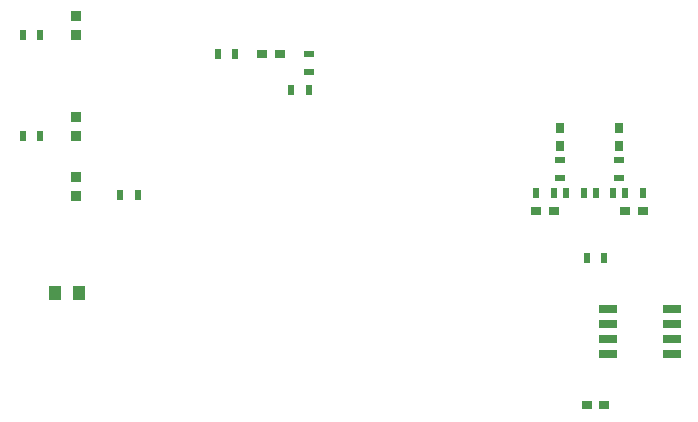
<source format=gtp>
%FSLAX46Y46*%
%MOMM*%
%AMPS15*
21,1,0.800000,0.800000,0.000000,0.000000,270.000000*
%
%ADD15PS15*%
%AMPS12*
21,1,0.600000,1.500000,0.000000,0.000000,90.000000*
%
%ADD12PS12*%
%AMPS11*
21,1,0.600000,1.500000,0.000000,0.000000,270.000000*
%
%ADD11PS11*%
%AMPS20*
21,1,1.000000,1.250000,0.000000,0.000000,180.000000*
%
%ADD20PS20*%
%AMPS13*
21,1,0.800000,0.750000,0.000000,0.000000,0.000000*
%
%ADD13PS13*%
%AMPS14*
21,1,0.800000,0.750000,0.000000,0.000000,90.000000*
%
%ADD14PS14*%
%AMPS16*
21,1,0.800000,0.750000,0.000000,0.000000,180.000000*
%
%ADD16PS16*%
%AMPS18*
21,1,0.500000,0.900000,0.000000,0.000000,0.000000*
%
%ADD18PS18*%
%AMPS19*
21,1,0.500000,0.900000,0.000000,0.000000,90.000000*
%
%ADD19PS19*%
%AMPS10*
21,1,0.500000,0.900000,0.000000,0.000000,180.000000*
%
%ADD10PS10*%
%AMPS17*
21,1,0.500000,0.900000,0.000000,0.000000,270.000000*
%
%ADD17PS17*%
G01*
G01*
%LPD*%
D10*
X60250000Y79000000D03*
D10*
X58750000Y79000000D03*
D11*
X62300000Y67885000D03*
D11*
X62300000Y65345000D03*
D12*
X67700000Y67885000D03*
D11*
X62300000Y69155000D03*
D11*
X62300000Y66615000D03*
D12*
X67700000Y65345000D03*
D12*
X67700000Y66615000D03*
D12*
X67700000Y69155000D03*
D10*
X14250000Y92382600D03*
D10*
X12750000Y92382600D03*
D13*
X62000000Y61000000D03*
D13*
X60500000Y61000000D03*
D14*
X63250000Y84500000D03*
D14*
X63250000Y83000000D03*
D14*
X58250000Y84500000D03*
D14*
X58250000Y83000000D03*
D15*
X17250000Y85423600D03*
D15*
X17250000Y83823600D03*
D10*
X37000000Y87750000D03*
D10*
X35500000Y87750000D03*
D10*
X14250000Y83823600D03*
D10*
X12750000Y83823600D03*
D16*
X63750000Y77500000D03*
D16*
X65250000Y77500000D03*
D17*
X37000000Y90750000D03*
D17*
X37000000Y89250000D03*
D18*
X61250000Y79000000D03*
D18*
X62750000Y79000000D03*
D18*
X21000000Y78793600D03*
D18*
X22500000Y78793600D03*
D10*
X30750000Y90750000D03*
D10*
X29250000Y90750000D03*
D16*
X33000000Y90750000D03*
D16*
X34500000Y90750000D03*
D19*
X63250000Y80250000D03*
D19*
X63250000Y81750000D03*
D10*
X57750000Y79000000D03*
D10*
X56250000Y79000000D03*
D15*
X17250000Y93932600D03*
D15*
X17250000Y92332600D03*
D10*
X62000000Y73500000D03*
D10*
X60500000Y73500000D03*
D18*
X63750000Y79000000D03*
D18*
X65250000Y79000000D03*
D13*
X57750000Y77500000D03*
D13*
X56250000Y77500000D03*
D20*
X17499944Y70500008D03*
D20*
X15499944Y70500008D03*
D19*
X58250000Y80250000D03*
D19*
X58250000Y81750000D03*
D15*
X17250000Y80343600D03*
D15*
X17250000Y78743600D03*
M02*

</source>
